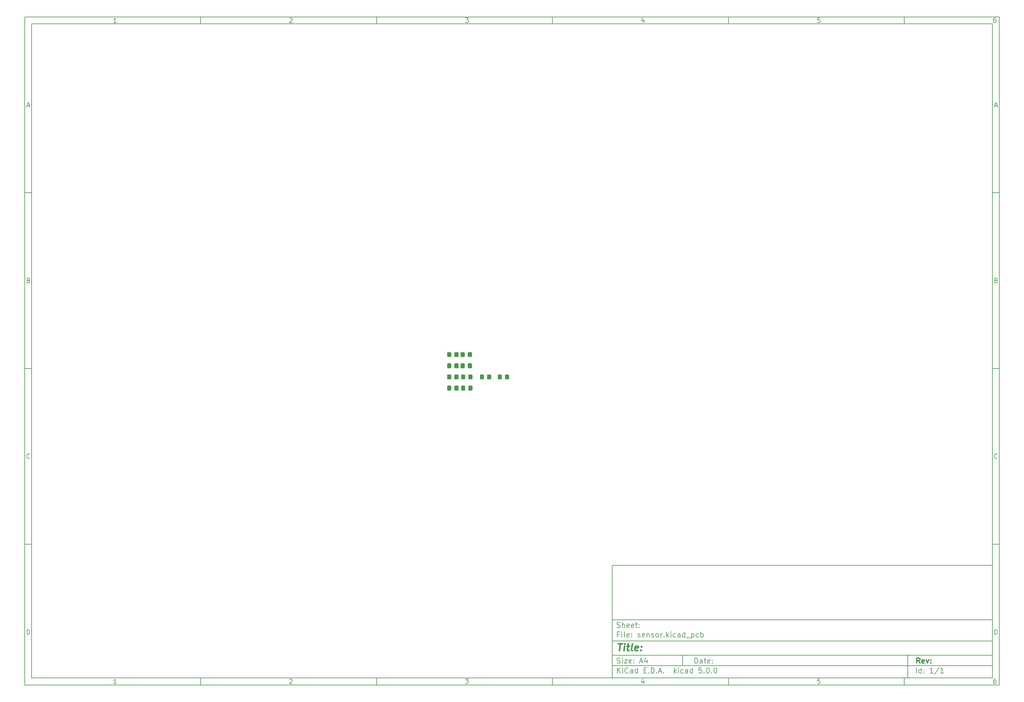
<source format=gbp>
G04 #@! TF.GenerationSoftware,KiCad,Pcbnew,5.0.0*
G04 #@! TF.CreationDate,2018-10-21T13:27:24+10:00*
G04 #@! TF.ProjectId,sensor,73656E736F722E6B696361645F706362,rev?*
G04 #@! TF.SameCoordinates,Original*
G04 #@! TF.FileFunction,Paste,Bot*
G04 #@! TF.FilePolarity,Positive*
%FSLAX46Y46*%
G04 Gerber Fmt 4.6, Leading zero omitted, Abs format (unit mm)*
G04 Created by KiCad (PCBNEW 5.0.0) date Sun Oct 21 13:27:24 2018*
%MOMM*%
%LPD*%
G01*
G04 APERTURE LIST*
%ADD10C,0.100000*%
%ADD11C,0.150000*%
%ADD12C,0.300000*%
%ADD13C,0.400000*%
%ADD14C,1.150000*%
G04 APERTURE END LIST*
D10*
D11*
X177002200Y-166007200D02*
X177002200Y-198007200D01*
X285002200Y-198007200D01*
X285002200Y-166007200D01*
X177002200Y-166007200D01*
D10*
D11*
X10000000Y-10000000D02*
X10000000Y-200007200D01*
X287002200Y-200007200D01*
X287002200Y-10000000D01*
X10000000Y-10000000D01*
D10*
D11*
X12000000Y-12000000D02*
X12000000Y-198007200D01*
X285002200Y-198007200D01*
X285002200Y-12000000D01*
X12000000Y-12000000D01*
D10*
D11*
X60000000Y-12000000D02*
X60000000Y-10000000D01*
D10*
D11*
X110000000Y-12000000D02*
X110000000Y-10000000D01*
D10*
D11*
X160000000Y-12000000D02*
X160000000Y-10000000D01*
D10*
D11*
X210000000Y-12000000D02*
X210000000Y-10000000D01*
D10*
D11*
X260000000Y-12000000D02*
X260000000Y-10000000D01*
D10*
D11*
X36065476Y-11588095D02*
X35322619Y-11588095D01*
X35694047Y-11588095D02*
X35694047Y-10288095D01*
X35570238Y-10473809D01*
X35446428Y-10597619D01*
X35322619Y-10659523D01*
D10*
D11*
X85322619Y-10411904D02*
X85384523Y-10350000D01*
X85508333Y-10288095D01*
X85817857Y-10288095D01*
X85941666Y-10350000D01*
X86003571Y-10411904D01*
X86065476Y-10535714D01*
X86065476Y-10659523D01*
X86003571Y-10845238D01*
X85260714Y-11588095D01*
X86065476Y-11588095D01*
D10*
D11*
X135260714Y-10288095D02*
X136065476Y-10288095D01*
X135632142Y-10783333D01*
X135817857Y-10783333D01*
X135941666Y-10845238D01*
X136003571Y-10907142D01*
X136065476Y-11030952D01*
X136065476Y-11340476D01*
X136003571Y-11464285D01*
X135941666Y-11526190D01*
X135817857Y-11588095D01*
X135446428Y-11588095D01*
X135322619Y-11526190D01*
X135260714Y-11464285D01*
D10*
D11*
X185941666Y-10721428D02*
X185941666Y-11588095D01*
X185632142Y-10226190D02*
X185322619Y-11154761D01*
X186127380Y-11154761D01*
D10*
D11*
X236003571Y-10288095D02*
X235384523Y-10288095D01*
X235322619Y-10907142D01*
X235384523Y-10845238D01*
X235508333Y-10783333D01*
X235817857Y-10783333D01*
X235941666Y-10845238D01*
X236003571Y-10907142D01*
X236065476Y-11030952D01*
X236065476Y-11340476D01*
X236003571Y-11464285D01*
X235941666Y-11526190D01*
X235817857Y-11588095D01*
X235508333Y-11588095D01*
X235384523Y-11526190D01*
X235322619Y-11464285D01*
D10*
D11*
X285941666Y-10288095D02*
X285694047Y-10288095D01*
X285570238Y-10350000D01*
X285508333Y-10411904D01*
X285384523Y-10597619D01*
X285322619Y-10845238D01*
X285322619Y-11340476D01*
X285384523Y-11464285D01*
X285446428Y-11526190D01*
X285570238Y-11588095D01*
X285817857Y-11588095D01*
X285941666Y-11526190D01*
X286003571Y-11464285D01*
X286065476Y-11340476D01*
X286065476Y-11030952D01*
X286003571Y-10907142D01*
X285941666Y-10845238D01*
X285817857Y-10783333D01*
X285570238Y-10783333D01*
X285446428Y-10845238D01*
X285384523Y-10907142D01*
X285322619Y-11030952D01*
D10*
D11*
X60000000Y-198007200D02*
X60000000Y-200007200D01*
D10*
D11*
X110000000Y-198007200D02*
X110000000Y-200007200D01*
D10*
D11*
X160000000Y-198007200D02*
X160000000Y-200007200D01*
D10*
D11*
X210000000Y-198007200D02*
X210000000Y-200007200D01*
D10*
D11*
X260000000Y-198007200D02*
X260000000Y-200007200D01*
D10*
D11*
X36065476Y-199595295D02*
X35322619Y-199595295D01*
X35694047Y-199595295D02*
X35694047Y-198295295D01*
X35570238Y-198481009D01*
X35446428Y-198604819D01*
X35322619Y-198666723D01*
D10*
D11*
X85322619Y-198419104D02*
X85384523Y-198357200D01*
X85508333Y-198295295D01*
X85817857Y-198295295D01*
X85941666Y-198357200D01*
X86003571Y-198419104D01*
X86065476Y-198542914D01*
X86065476Y-198666723D01*
X86003571Y-198852438D01*
X85260714Y-199595295D01*
X86065476Y-199595295D01*
D10*
D11*
X135260714Y-198295295D02*
X136065476Y-198295295D01*
X135632142Y-198790533D01*
X135817857Y-198790533D01*
X135941666Y-198852438D01*
X136003571Y-198914342D01*
X136065476Y-199038152D01*
X136065476Y-199347676D01*
X136003571Y-199471485D01*
X135941666Y-199533390D01*
X135817857Y-199595295D01*
X135446428Y-199595295D01*
X135322619Y-199533390D01*
X135260714Y-199471485D01*
D10*
D11*
X185941666Y-198728628D02*
X185941666Y-199595295D01*
X185632142Y-198233390D02*
X185322619Y-199161961D01*
X186127380Y-199161961D01*
D10*
D11*
X236003571Y-198295295D02*
X235384523Y-198295295D01*
X235322619Y-198914342D01*
X235384523Y-198852438D01*
X235508333Y-198790533D01*
X235817857Y-198790533D01*
X235941666Y-198852438D01*
X236003571Y-198914342D01*
X236065476Y-199038152D01*
X236065476Y-199347676D01*
X236003571Y-199471485D01*
X235941666Y-199533390D01*
X235817857Y-199595295D01*
X235508333Y-199595295D01*
X235384523Y-199533390D01*
X235322619Y-199471485D01*
D10*
D11*
X285941666Y-198295295D02*
X285694047Y-198295295D01*
X285570238Y-198357200D01*
X285508333Y-198419104D01*
X285384523Y-198604819D01*
X285322619Y-198852438D01*
X285322619Y-199347676D01*
X285384523Y-199471485D01*
X285446428Y-199533390D01*
X285570238Y-199595295D01*
X285817857Y-199595295D01*
X285941666Y-199533390D01*
X286003571Y-199471485D01*
X286065476Y-199347676D01*
X286065476Y-199038152D01*
X286003571Y-198914342D01*
X285941666Y-198852438D01*
X285817857Y-198790533D01*
X285570238Y-198790533D01*
X285446428Y-198852438D01*
X285384523Y-198914342D01*
X285322619Y-199038152D01*
D10*
D11*
X10000000Y-60000000D02*
X12000000Y-60000000D01*
D10*
D11*
X10000000Y-110000000D02*
X12000000Y-110000000D01*
D10*
D11*
X10000000Y-160000000D02*
X12000000Y-160000000D01*
D10*
D11*
X10690476Y-35216666D02*
X11309523Y-35216666D01*
X10566666Y-35588095D02*
X11000000Y-34288095D01*
X11433333Y-35588095D01*
D10*
D11*
X11092857Y-84907142D02*
X11278571Y-84969047D01*
X11340476Y-85030952D01*
X11402380Y-85154761D01*
X11402380Y-85340476D01*
X11340476Y-85464285D01*
X11278571Y-85526190D01*
X11154761Y-85588095D01*
X10659523Y-85588095D01*
X10659523Y-84288095D01*
X11092857Y-84288095D01*
X11216666Y-84350000D01*
X11278571Y-84411904D01*
X11340476Y-84535714D01*
X11340476Y-84659523D01*
X11278571Y-84783333D01*
X11216666Y-84845238D01*
X11092857Y-84907142D01*
X10659523Y-84907142D01*
D10*
D11*
X11402380Y-135464285D02*
X11340476Y-135526190D01*
X11154761Y-135588095D01*
X11030952Y-135588095D01*
X10845238Y-135526190D01*
X10721428Y-135402380D01*
X10659523Y-135278571D01*
X10597619Y-135030952D01*
X10597619Y-134845238D01*
X10659523Y-134597619D01*
X10721428Y-134473809D01*
X10845238Y-134350000D01*
X11030952Y-134288095D01*
X11154761Y-134288095D01*
X11340476Y-134350000D01*
X11402380Y-134411904D01*
D10*
D11*
X10659523Y-185588095D02*
X10659523Y-184288095D01*
X10969047Y-184288095D01*
X11154761Y-184350000D01*
X11278571Y-184473809D01*
X11340476Y-184597619D01*
X11402380Y-184845238D01*
X11402380Y-185030952D01*
X11340476Y-185278571D01*
X11278571Y-185402380D01*
X11154761Y-185526190D01*
X10969047Y-185588095D01*
X10659523Y-185588095D01*
D10*
D11*
X287002200Y-60000000D02*
X285002200Y-60000000D01*
D10*
D11*
X287002200Y-110000000D02*
X285002200Y-110000000D01*
D10*
D11*
X287002200Y-160000000D02*
X285002200Y-160000000D01*
D10*
D11*
X285692676Y-35216666D02*
X286311723Y-35216666D01*
X285568866Y-35588095D02*
X286002200Y-34288095D01*
X286435533Y-35588095D01*
D10*
D11*
X286095057Y-84907142D02*
X286280771Y-84969047D01*
X286342676Y-85030952D01*
X286404580Y-85154761D01*
X286404580Y-85340476D01*
X286342676Y-85464285D01*
X286280771Y-85526190D01*
X286156961Y-85588095D01*
X285661723Y-85588095D01*
X285661723Y-84288095D01*
X286095057Y-84288095D01*
X286218866Y-84350000D01*
X286280771Y-84411904D01*
X286342676Y-84535714D01*
X286342676Y-84659523D01*
X286280771Y-84783333D01*
X286218866Y-84845238D01*
X286095057Y-84907142D01*
X285661723Y-84907142D01*
D10*
D11*
X286404580Y-135464285D02*
X286342676Y-135526190D01*
X286156961Y-135588095D01*
X286033152Y-135588095D01*
X285847438Y-135526190D01*
X285723628Y-135402380D01*
X285661723Y-135278571D01*
X285599819Y-135030952D01*
X285599819Y-134845238D01*
X285661723Y-134597619D01*
X285723628Y-134473809D01*
X285847438Y-134350000D01*
X286033152Y-134288095D01*
X286156961Y-134288095D01*
X286342676Y-134350000D01*
X286404580Y-134411904D01*
D10*
D11*
X285661723Y-185588095D02*
X285661723Y-184288095D01*
X285971247Y-184288095D01*
X286156961Y-184350000D01*
X286280771Y-184473809D01*
X286342676Y-184597619D01*
X286404580Y-184845238D01*
X286404580Y-185030952D01*
X286342676Y-185278571D01*
X286280771Y-185402380D01*
X286156961Y-185526190D01*
X285971247Y-185588095D01*
X285661723Y-185588095D01*
D10*
D11*
X200434342Y-193785771D02*
X200434342Y-192285771D01*
X200791485Y-192285771D01*
X201005771Y-192357200D01*
X201148628Y-192500057D01*
X201220057Y-192642914D01*
X201291485Y-192928628D01*
X201291485Y-193142914D01*
X201220057Y-193428628D01*
X201148628Y-193571485D01*
X201005771Y-193714342D01*
X200791485Y-193785771D01*
X200434342Y-193785771D01*
X202577200Y-193785771D02*
X202577200Y-193000057D01*
X202505771Y-192857200D01*
X202362914Y-192785771D01*
X202077200Y-192785771D01*
X201934342Y-192857200D01*
X202577200Y-193714342D02*
X202434342Y-193785771D01*
X202077200Y-193785771D01*
X201934342Y-193714342D01*
X201862914Y-193571485D01*
X201862914Y-193428628D01*
X201934342Y-193285771D01*
X202077200Y-193214342D01*
X202434342Y-193214342D01*
X202577200Y-193142914D01*
X203077200Y-192785771D02*
X203648628Y-192785771D01*
X203291485Y-192285771D02*
X203291485Y-193571485D01*
X203362914Y-193714342D01*
X203505771Y-193785771D01*
X203648628Y-193785771D01*
X204720057Y-193714342D02*
X204577200Y-193785771D01*
X204291485Y-193785771D01*
X204148628Y-193714342D01*
X204077200Y-193571485D01*
X204077200Y-193000057D01*
X204148628Y-192857200D01*
X204291485Y-192785771D01*
X204577200Y-192785771D01*
X204720057Y-192857200D01*
X204791485Y-193000057D01*
X204791485Y-193142914D01*
X204077200Y-193285771D01*
X205434342Y-193642914D02*
X205505771Y-193714342D01*
X205434342Y-193785771D01*
X205362914Y-193714342D01*
X205434342Y-193642914D01*
X205434342Y-193785771D01*
X205434342Y-192857200D02*
X205505771Y-192928628D01*
X205434342Y-193000057D01*
X205362914Y-192928628D01*
X205434342Y-192857200D01*
X205434342Y-193000057D01*
D10*
D11*
X177002200Y-194507200D02*
X285002200Y-194507200D01*
D10*
D11*
X178434342Y-196585771D02*
X178434342Y-195085771D01*
X179291485Y-196585771D02*
X178648628Y-195728628D01*
X179291485Y-195085771D02*
X178434342Y-195942914D01*
X179934342Y-196585771D02*
X179934342Y-195585771D01*
X179934342Y-195085771D02*
X179862914Y-195157200D01*
X179934342Y-195228628D01*
X180005771Y-195157200D01*
X179934342Y-195085771D01*
X179934342Y-195228628D01*
X181505771Y-196442914D02*
X181434342Y-196514342D01*
X181220057Y-196585771D01*
X181077200Y-196585771D01*
X180862914Y-196514342D01*
X180720057Y-196371485D01*
X180648628Y-196228628D01*
X180577200Y-195942914D01*
X180577200Y-195728628D01*
X180648628Y-195442914D01*
X180720057Y-195300057D01*
X180862914Y-195157200D01*
X181077200Y-195085771D01*
X181220057Y-195085771D01*
X181434342Y-195157200D01*
X181505771Y-195228628D01*
X182791485Y-196585771D02*
X182791485Y-195800057D01*
X182720057Y-195657200D01*
X182577200Y-195585771D01*
X182291485Y-195585771D01*
X182148628Y-195657200D01*
X182791485Y-196514342D02*
X182648628Y-196585771D01*
X182291485Y-196585771D01*
X182148628Y-196514342D01*
X182077200Y-196371485D01*
X182077200Y-196228628D01*
X182148628Y-196085771D01*
X182291485Y-196014342D01*
X182648628Y-196014342D01*
X182791485Y-195942914D01*
X184148628Y-196585771D02*
X184148628Y-195085771D01*
X184148628Y-196514342D02*
X184005771Y-196585771D01*
X183720057Y-196585771D01*
X183577200Y-196514342D01*
X183505771Y-196442914D01*
X183434342Y-196300057D01*
X183434342Y-195871485D01*
X183505771Y-195728628D01*
X183577200Y-195657200D01*
X183720057Y-195585771D01*
X184005771Y-195585771D01*
X184148628Y-195657200D01*
X186005771Y-195800057D02*
X186505771Y-195800057D01*
X186720057Y-196585771D02*
X186005771Y-196585771D01*
X186005771Y-195085771D01*
X186720057Y-195085771D01*
X187362914Y-196442914D02*
X187434342Y-196514342D01*
X187362914Y-196585771D01*
X187291485Y-196514342D01*
X187362914Y-196442914D01*
X187362914Y-196585771D01*
X188077200Y-196585771D02*
X188077200Y-195085771D01*
X188434342Y-195085771D01*
X188648628Y-195157200D01*
X188791485Y-195300057D01*
X188862914Y-195442914D01*
X188934342Y-195728628D01*
X188934342Y-195942914D01*
X188862914Y-196228628D01*
X188791485Y-196371485D01*
X188648628Y-196514342D01*
X188434342Y-196585771D01*
X188077200Y-196585771D01*
X189577200Y-196442914D02*
X189648628Y-196514342D01*
X189577200Y-196585771D01*
X189505771Y-196514342D01*
X189577200Y-196442914D01*
X189577200Y-196585771D01*
X190220057Y-196157200D02*
X190934342Y-196157200D01*
X190077200Y-196585771D02*
X190577200Y-195085771D01*
X191077200Y-196585771D01*
X191577200Y-196442914D02*
X191648628Y-196514342D01*
X191577200Y-196585771D01*
X191505771Y-196514342D01*
X191577200Y-196442914D01*
X191577200Y-196585771D01*
X194577200Y-196585771D02*
X194577200Y-195085771D01*
X194720057Y-196014342D02*
X195148628Y-196585771D01*
X195148628Y-195585771D02*
X194577200Y-196157200D01*
X195791485Y-196585771D02*
X195791485Y-195585771D01*
X195791485Y-195085771D02*
X195720057Y-195157200D01*
X195791485Y-195228628D01*
X195862914Y-195157200D01*
X195791485Y-195085771D01*
X195791485Y-195228628D01*
X197148628Y-196514342D02*
X197005771Y-196585771D01*
X196720057Y-196585771D01*
X196577200Y-196514342D01*
X196505771Y-196442914D01*
X196434342Y-196300057D01*
X196434342Y-195871485D01*
X196505771Y-195728628D01*
X196577200Y-195657200D01*
X196720057Y-195585771D01*
X197005771Y-195585771D01*
X197148628Y-195657200D01*
X198434342Y-196585771D02*
X198434342Y-195800057D01*
X198362914Y-195657200D01*
X198220057Y-195585771D01*
X197934342Y-195585771D01*
X197791485Y-195657200D01*
X198434342Y-196514342D02*
X198291485Y-196585771D01*
X197934342Y-196585771D01*
X197791485Y-196514342D01*
X197720057Y-196371485D01*
X197720057Y-196228628D01*
X197791485Y-196085771D01*
X197934342Y-196014342D01*
X198291485Y-196014342D01*
X198434342Y-195942914D01*
X199791485Y-196585771D02*
X199791485Y-195085771D01*
X199791485Y-196514342D02*
X199648628Y-196585771D01*
X199362914Y-196585771D01*
X199220057Y-196514342D01*
X199148628Y-196442914D01*
X199077200Y-196300057D01*
X199077200Y-195871485D01*
X199148628Y-195728628D01*
X199220057Y-195657200D01*
X199362914Y-195585771D01*
X199648628Y-195585771D01*
X199791485Y-195657200D01*
X202362914Y-195085771D02*
X201648628Y-195085771D01*
X201577200Y-195800057D01*
X201648628Y-195728628D01*
X201791485Y-195657200D01*
X202148628Y-195657200D01*
X202291485Y-195728628D01*
X202362914Y-195800057D01*
X202434342Y-195942914D01*
X202434342Y-196300057D01*
X202362914Y-196442914D01*
X202291485Y-196514342D01*
X202148628Y-196585771D01*
X201791485Y-196585771D01*
X201648628Y-196514342D01*
X201577200Y-196442914D01*
X203077200Y-196442914D02*
X203148628Y-196514342D01*
X203077200Y-196585771D01*
X203005771Y-196514342D01*
X203077200Y-196442914D01*
X203077200Y-196585771D01*
X204077200Y-195085771D02*
X204220057Y-195085771D01*
X204362914Y-195157200D01*
X204434342Y-195228628D01*
X204505771Y-195371485D01*
X204577200Y-195657200D01*
X204577200Y-196014342D01*
X204505771Y-196300057D01*
X204434342Y-196442914D01*
X204362914Y-196514342D01*
X204220057Y-196585771D01*
X204077200Y-196585771D01*
X203934342Y-196514342D01*
X203862914Y-196442914D01*
X203791485Y-196300057D01*
X203720057Y-196014342D01*
X203720057Y-195657200D01*
X203791485Y-195371485D01*
X203862914Y-195228628D01*
X203934342Y-195157200D01*
X204077200Y-195085771D01*
X205220057Y-196442914D02*
X205291485Y-196514342D01*
X205220057Y-196585771D01*
X205148628Y-196514342D01*
X205220057Y-196442914D01*
X205220057Y-196585771D01*
X206220057Y-195085771D02*
X206362914Y-195085771D01*
X206505771Y-195157200D01*
X206577200Y-195228628D01*
X206648628Y-195371485D01*
X206720057Y-195657200D01*
X206720057Y-196014342D01*
X206648628Y-196300057D01*
X206577200Y-196442914D01*
X206505771Y-196514342D01*
X206362914Y-196585771D01*
X206220057Y-196585771D01*
X206077200Y-196514342D01*
X206005771Y-196442914D01*
X205934342Y-196300057D01*
X205862914Y-196014342D01*
X205862914Y-195657200D01*
X205934342Y-195371485D01*
X206005771Y-195228628D01*
X206077200Y-195157200D01*
X206220057Y-195085771D01*
D10*
D11*
X177002200Y-191507200D02*
X285002200Y-191507200D01*
D10*
D12*
X264411485Y-193785771D02*
X263911485Y-193071485D01*
X263554342Y-193785771D02*
X263554342Y-192285771D01*
X264125771Y-192285771D01*
X264268628Y-192357200D01*
X264340057Y-192428628D01*
X264411485Y-192571485D01*
X264411485Y-192785771D01*
X264340057Y-192928628D01*
X264268628Y-193000057D01*
X264125771Y-193071485D01*
X263554342Y-193071485D01*
X265625771Y-193714342D02*
X265482914Y-193785771D01*
X265197200Y-193785771D01*
X265054342Y-193714342D01*
X264982914Y-193571485D01*
X264982914Y-193000057D01*
X265054342Y-192857200D01*
X265197200Y-192785771D01*
X265482914Y-192785771D01*
X265625771Y-192857200D01*
X265697200Y-193000057D01*
X265697200Y-193142914D01*
X264982914Y-193285771D01*
X266197200Y-192785771D02*
X266554342Y-193785771D01*
X266911485Y-192785771D01*
X267482914Y-193642914D02*
X267554342Y-193714342D01*
X267482914Y-193785771D01*
X267411485Y-193714342D01*
X267482914Y-193642914D01*
X267482914Y-193785771D01*
X267482914Y-192857200D02*
X267554342Y-192928628D01*
X267482914Y-193000057D01*
X267411485Y-192928628D01*
X267482914Y-192857200D01*
X267482914Y-193000057D01*
D10*
D11*
X178362914Y-193714342D02*
X178577200Y-193785771D01*
X178934342Y-193785771D01*
X179077200Y-193714342D01*
X179148628Y-193642914D01*
X179220057Y-193500057D01*
X179220057Y-193357200D01*
X179148628Y-193214342D01*
X179077200Y-193142914D01*
X178934342Y-193071485D01*
X178648628Y-193000057D01*
X178505771Y-192928628D01*
X178434342Y-192857200D01*
X178362914Y-192714342D01*
X178362914Y-192571485D01*
X178434342Y-192428628D01*
X178505771Y-192357200D01*
X178648628Y-192285771D01*
X179005771Y-192285771D01*
X179220057Y-192357200D01*
X179862914Y-193785771D02*
X179862914Y-192785771D01*
X179862914Y-192285771D02*
X179791485Y-192357200D01*
X179862914Y-192428628D01*
X179934342Y-192357200D01*
X179862914Y-192285771D01*
X179862914Y-192428628D01*
X180434342Y-192785771D02*
X181220057Y-192785771D01*
X180434342Y-193785771D01*
X181220057Y-193785771D01*
X182362914Y-193714342D02*
X182220057Y-193785771D01*
X181934342Y-193785771D01*
X181791485Y-193714342D01*
X181720057Y-193571485D01*
X181720057Y-193000057D01*
X181791485Y-192857200D01*
X181934342Y-192785771D01*
X182220057Y-192785771D01*
X182362914Y-192857200D01*
X182434342Y-193000057D01*
X182434342Y-193142914D01*
X181720057Y-193285771D01*
X183077200Y-193642914D02*
X183148628Y-193714342D01*
X183077200Y-193785771D01*
X183005771Y-193714342D01*
X183077200Y-193642914D01*
X183077200Y-193785771D01*
X183077200Y-192857200D02*
X183148628Y-192928628D01*
X183077200Y-193000057D01*
X183005771Y-192928628D01*
X183077200Y-192857200D01*
X183077200Y-193000057D01*
X184862914Y-193357200D02*
X185577200Y-193357200D01*
X184720057Y-193785771D02*
X185220057Y-192285771D01*
X185720057Y-193785771D01*
X186862914Y-192785771D02*
X186862914Y-193785771D01*
X186505771Y-192214342D02*
X186148628Y-193285771D01*
X187077200Y-193285771D01*
D10*
D11*
X263434342Y-196585771D02*
X263434342Y-195085771D01*
X264791485Y-196585771D02*
X264791485Y-195085771D01*
X264791485Y-196514342D02*
X264648628Y-196585771D01*
X264362914Y-196585771D01*
X264220057Y-196514342D01*
X264148628Y-196442914D01*
X264077200Y-196300057D01*
X264077200Y-195871485D01*
X264148628Y-195728628D01*
X264220057Y-195657200D01*
X264362914Y-195585771D01*
X264648628Y-195585771D01*
X264791485Y-195657200D01*
X265505771Y-196442914D02*
X265577200Y-196514342D01*
X265505771Y-196585771D01*
X265434342Y-196514342D01*
X265505771Y-196442914D01*
X265505771Y-196585771D01*
X265505771Y-195657200D02*
X265577200Y-195728628D01*
X265505771Y-195800057D01*
X265434342Y-195728628D01*
X265505771Y-195657200D01*
X265505771Y-195800057D01*
X268148628Y-196585771D02*
X267291485Y-196585771D01*
X267720057Y-196585771D02*
X267720057Y-195085771D01*
X267577200Y-195300057D01*
X267434342Y-195442914D01*
X267291485Y-195514342D01*
X269862914Y-195014342D02*
X268577200Y-196942914D01*
X271148628Y-196585771D02*
X270291485Y-196585771D01*
X270720057Y-196585771D02*
X270720057Y-195085771D01*
X270577200Y-195300057D01*
X270434342Y-195442914D01*
X270291485Y-195514342D01*
D10*
D11*
X177002200Y-187507200D02*
X285002200Y-187507200D01*
D10*
D13*
X178714580Y-188211961D02*
X179857438Y-188211961D01*
X179036009Y-190211961D02*
X179286009Y-188211961D01*
X180274104Y-190211961D02*
X180440771Y-188878628D01*
X180524104Y-188211961D02*
X180416961Y-188307200D01*
X180500295Y-188402438D01*
X180607438Y-188307200D01*
X180524104Y-188211961D01*
X180500295Y-188402438D01*
X181107438Y-188878628D02*
X181869342Y-188878628D01*
X181476485Y-188211961D02*
X181262200Y-189926247D01*
X181333628Y-190116723D01*
X181512200Y-190211961D01*
X181702676Y-190211961D01*
X182655057Y-190211961D02*
X182476485Y-190116723D01*
X182405057Y-189926247D01*
X182619342Y-188211961D01*
X184190771Y-190116723D02*
X183988390Y-190211961D01*
X183607438Y-190211961D01*
X183428866Y-190116723D01*
X183357438Y-189926247D01*
X183452676Y-189164342D01*
X183571723Y-188973866D01*
X183774104Y-188878628D01*
X184155057Y-188878628D01*
X184333628Y-188973866D01*
X184405057Y-189164342D01*
X184381247Y-189354819D01*
X183405057Y-189545295D01*
X185155057Y-190021485D02*
X185238390Y-190116723D01*
X185131247Y-190211961D01*
X185047914Y-190116723D01*
X185155057Y-190021485D01*
X185131247Y-190211961D01*
X185286009Y-188973866D02*
X185369342Y-189069104D01*
X185262200Y-189164342D01*
X185178866Y-189069104D01*
X185286009Y-188973866D01*
X185262200Y-189164342D01*
D10*
D11*
X178934342Y-185600057D02*
X178434342Y-185600057D01*
X178434342Y-186385771D02*
X178434342Y-184885771D01*
X179148628Y-184885771D01*
X179720057Y-186385771D02*
X179720057Y-185385771D01*
X179720057Y-184885771D02*
X179648628Y-184957200D01*
X179720057Y-185028628D01*
X179791485Y-184957200D01*
X179720057Y-184885771D01*
X179720057Y-185028628D01*
X180648628Y-186385771D02*
X180505771Y-186314342D01*
X180434342Y-186171485D01*
X180434342Y-184885771D01*
X181791485Y-186314342D02*
X181648628Y-186385771D01*
X181362914Y-186385771D01*
X181220057Y-186314342D01*
X181148628Y-186171485D01*
X181148628Y-185600057D01*
X181220057Y-185457200D01*
X181362914Y-185385771D01*
X181648628Y-185385771D01*
X181791485Y-185457200D01*
X181862914Y-185600057D01*
X181862914Y-185742914D01*
X181148628Y-185885771D01*
X182505771Y-186242914D02*
X182577200Y-186314342D01*
X182505771Y-186385771D01*
X182434342Y-186314342D01*
X182505771Y-186242914D01*
X182505771Y-186385771D01*
X182505771Y-185457200D02*
X182577200Y-185528628D01*
X182505771Y-185600057D01*
X182434342Y-185528628D01*
X182505771Y-185457200D01*
X182505771Y-185600057D01*
X184291485Y-186314342D02*
X184434342Y-186385771D01*
X184720057Y-186385771D01*
X184862914Y-186314342D01*
X184934342Y-186171485D01*
X184934342Y-186100057D01*
X184862914Y-185957200D01*
X184720057Y-185885771D01*
X184505771Y-185885771D01*
X184362914Y-185814342D01*
X184291485Y-185671485D01*
X184291485Y-185600057D01*
X184362914Y-185457200D01*
X184505771Y-185385771D01*
X184720057Y-185385771D01*
X184862914Y-185457200D01*
X186148628Y-186314342D02*
X186005771Y-186385771D01*
X185720057Y-186385771D01*
X185577200Y-186314342D01*
X185505771Y-186171485D01*
X185505771Y-185600057D01*
X185577200Y-185457200D01*
X185720057Y-185385771D01*
X186005771Y-185385771D01*
X186148628Y-185457200D01*
X186220057Y-185600057D01*
X186220057Y-185742914D01*
X185505771Y-185885771D01*
X186862914Y-185385771D02*
X186862914Y-186385771D01*
X186862914Y-185528628D02*
X186934342Y-185457200D01*
X187077200Y-185385771D01*
X187291485Y-185385771D01*
X187434342Y-185457200D01*
X187505771Y-185600057D01*
X187505771Y-186385771D01*
X188148628Y-186314342D02*
X188291485Y-186385771D01*
X188577200Y-186385771D01*
X188720057Y-186314342D01*
X188791485Y-186171485D01*
X188791485Y-186100057D01*
X188720057Y-185957200D01*
X188577200Y-185885771D01*
X188362914Y-185885771D01*
X188220057Y-185814342D01*
X188148628Y-185671485D01*
X188148628Y-185600057D01*
X188220057Y-185457200D01*
X188362914Y-185385771D01*
X188577200Y-185385771D01*
X188720057Y-185457200D01*
X189648628Y-186385771D02*
X189505771Y-186314342D01*
X189434342Y-186242914D01*
X189362914Y-186100057D01*
X189362914Y-185671485D01*
X189434342Y-185528628D01*
X189505771Y-185457200D01*
X189648628Y-185385771D01*
X189862914Y-185385771D01*
X190005771Y-185457200D01*
X190077200Y-185528628D01*
X190148628Y-185671485D01*
X190148628Y-186100057D01*
X190077200Y-186242914D01*
X190005771Y-186314342D01*
X189862914Y-186385771D01*
X189648628Y-186385771D01*
X190791485Y-186385771D02*
X190791485Y-185385771D01*
X190791485Y-185671485D02*
X190862914Y-185528628D01*
X190934342Y-185457200D01*
X191077200Y-185385771D01*
X191220057Y-185385771D01*
X191720057Y-186242914D02*
X191791485Y-186314342D01*
X191720057Y-186385771D01*
X191648628Y-186314342D01*
X191720057Y-186242914D01*
X191720057Y-186385771D01*
X192434342Y-186385771D02*
X192434342Y-184885771D01*
X192577200Y-185814342D02*
X193005771Y-186385771D01*
X193005771Y-185385771D02*
X192434342Y-185957200D01*
X193648628Y-186385771D02*
X193648628Y-185385771D01*
X193648628Y-184885771D02*
X193577200Y-184957200D01*
X193648628Y-185028628D01*
X193720057Y-184957200D01*
X193648628Y-184885771D01*
X193648628Y-185028628D01*
X195005771Y-186314342D02*
X194862914Y-186385771D01*
X194577200Y-186385771D01*
X194434342Y-186314342D01*
X194362914Y-186242914D01*
X194291485Y-186100057D01*
X194291485Y-185671485D01*
X194362914Y-185528628D01*
X194434342Y-185457200D01*
X194577200Y-185385771D01*
X194862914Y-185385771D01*
X195005771Y-185457200D01*
X196291485Y-186385771D02*
X196291485Y-185600057D01*
X196220057Y-185457200D01*
X196077200Y-185385771D01*
X195791485Y-185385771D01*
X195648628Y-185457200D01*
X196291485Y-186314342D02*
X196148628Y-186385771D01*
X195791485Y-186385771D01*
X195648628Y-186314342D01*
X195577200Y-186171485D01*
X195577200Y-186028628D01*
X195648628Y-185885771D01*
X195791485Y-185814342D01*
X196148628Y-185814342D01*
X196291485Y-185742914D01*
X197648628Y-186385771D02*
X197648628Y-184885771D01*
X197648628Y-186314342D02*
X197505771Y-186385771D01*
X197220057Y-186385771D01*
X197077200Y-186314342D01*
X197005771Y-186242914D01*
X196934342Y-186100057D01*
X196934342Y-185671485D01*
X197005771Y-185528628D01*
X197077200Y-185457200D01*
X197220057Y-185385771D01*
X197505771Y-185385771D01*
X197648628Y-185457200D01*
X198005771Y-186528628D02*
X199148628Y-186528628D01*
X199505771Y-185385771D02*
X199505771Y-186885771D01*
X199505771Y-185457200D02*
X199648628Y-185385771D01*
X199934342Y-185385771D01*
X200077200Y-185457200D01*
X200148628Y-185528628D01*
X200220057Y-185671485D01*
X200220057Y-186100057D01*
X200148628Y-186242914D01*
X200077200Y-186314342D01*
X199934342Y-186385771D01*
X199648628Y-186385771D01*
X199505771Y-186314342D01*
X201505771Y-186314342D02*
X201362914Y-186385771D01*
X201077200Y-186385771D01*
X200934342Y-186314342D01*
X200862914Y-186242914D01*
X200791485Y-186100057D01*
X200791485Y-185671485D01*
X200862914Y-185528628D01*
X200934342Y-185457200D01*
X201077200Y-185385771D01*
X201362914Y-185385771D01*
X201505771Y-185457200D01*
X202148628Y-186385771D02*
X202148628Y-184885771D01*
X202148628Y-185457200D02*
X202291485Y-185385771D01*
X202577200Y-185385771D01*
X202720057Y-185457200D01*
X202791485Y-185528628D01*
X202862914Y-185671485D01*
X202862914Y-186100057D01*
X202791485Y-186242914D01*
X202720057Y-186314342D01*
X202577200Y-186385771D01*
X202291485Y-186385771D01*
X202148628Y-186314342D01*
D10*
D11*
X177002200Y-181507200D02*
X285002200Y-181507200D01*
D10*
D11*
X178362914Y-183614342D02*
X178577200Y-183685771D01*
X178934342Y-183685771D01*
X179077200Y-183614342D01*
X179148628Y-183542914D01*
X179220057Y-183400057D01*
X179220057Y-183257200D01*
X179148628Y-183114342D01*
X179077200Y-183042914D01*
X178934342Y-182971485D01*
X178648628Y-182900057D01*
X178505771Y-182828628D01*
X178434342Y-182757200D01*
X178362914Y-182614342D01*
X178362914Y-182471485D01*
X178434342Y-182328628D01*
X178505771Y-182257200D01*
X178648628Y-182185771D01*
X179005771Y-182185771D01*
X179220057Y-182257200D01*
X179862914Y-183685771D02*
X179862914Y-182185771D01*
X180505771Y-183685771D02*
X180505771Y-182900057D01*
X180434342Y-182757200D01*
X180291485Y-182685771D01*
X180077200Y-182685771D01*
X179934342Y-182757200D01*
X179862914Y-182828628D01*
X181791485Y-183614342D02*
X181648628Y-183685771D01*
X181362914Y-183685771D01*
X181220057Y-183614342D01*
X181148628Y-183471485D01*
X181148628Y-182900057D01*
X181220057Y-182757200D01*
X181362914Y-182685771D01*
X181648628Y-182685771D01*
X181791485Y-182757200D01*
X181862914Y-182900057D01*
X181862914Y-183042914D01*
X181148628Y-183185771D01*
X183077200Y-183614342D02*
X182934342Y-183685771D01*
X182648628Y-183685771D01*
X182505771Y-183614342D01*
X182434342Y-183471485D01*
X182434342Y-182900057D01*
X182505771Y-182757200D01*
X182648628Y-182685771D01*
X182934342Y-182685771D01*
X183077200Y-182757200D01*
X183148628Y-182900057D01*
X183148628Y-183042914D01*
X182434342Y-183185771D01*
X183577200Y-182685771D02*
X184148628Y-182685771D01*
X183791485Y-182185771D02*
X183791485Y-183471485D01*
X183862914Y-183614342D01*
X184005771Y-183685771D01*
X184148628Y-183685771D01*
X184648628Y-183542914D02*
X184720057Y-183614342D01*
X184648628Y-183685771D01*
X184577200Y-183614342D01*
X184648628Y-183542914D01*
X184648628Y-183685771D01*
X184648628Y-182757200D02*
X184720057Y-182828628D01*
X184648628Y-182900057D01*
X184577200Y-182828628D01*
X184648628Y-182757200D01*
X184648628Y-182900057D01*
D10*
D11*
X197002200Y-191507200D02*
X197002200Y-194507200D01*
D10*
D11*
X261002200Y-191507200D02*
X261002200Y-198007200D01*
D10*
G04 #@! TO.C,R1*
G36*
X136874505Y-105346204D02*
X136898773Y-105349804D01*
X136922572Y-105355765D01*
X136945671Y-105364030D01*
X136967850Y-105374520D01*
X136988893Y-105387132D01*
X137008599Y-105401747D01*
X137026777Y-105418223D01*
X137043253Y-105436401D01*
X137057868Y-105456107D01*
X137070480Y-105477150D01*
X137080970Y-105499329D01*
X137089235Y-105522428D01*
X137095196Y-105546227D01*
X137098796Y-105570495D01*
X137100000Y-105594999D01*
X137100000Y-106495001D01*
X137098796Y-106519505D01*
X137095196Y-106543773D01*
X137089235Y-106567572D01*
X137080970Y-106590671D01*
X137070480Y-106612850D01*
X137057868Y-106633893D01*
X137043253Y-106653599D01*
X137026777Y-106671777D01*
X137008599Y-106688253D01*
X136988893Y-106702868D01*
X136967850Y-106715480D01*
X136945671Y-106725970D01*
X136922572Y-106734235D01*
X136898773Y-106740196D01*
X136874505Y-106743796D01*
X136850001Y-106745000D01*
X136199999Y-106745000D01*
X136175495Y-106743796D01*
X136151227Y-106740196D01*
X136127428Y-106734235D01*
X136104329Y-106725970D01*
X136082150Y-106715480D01*
X136061107Y-106702868D01*
X136041401Y-106688253D01*
X136023223Y-106671777D01*
X136006747Y-106653599D01*
X135992132Y-106633893D01*
X135979520Y-106612850D01*
X135969030Y-106590671D01*
X135960765Y-106567572D01*
X135954804Y-106543773D01*
X135951204Y-106519505D01*
X135950000Y-106495001D01*
X135950000Y-105594999D01*
X135951204Y-105570495D01*
X135954804Y-105546227D01*
X135960765Y-105522428D01*
X135969030Y-105499329D01*
X135979520Y-105477150D01*
X135992132Y-105456107D01*
X136006747Y-105436401D01*
X136023223Y-105418223D01*
X136041401Y-105401747D01*
X136061107Y-105387132D01*
X136082150Y-105374520D01*
X136104329Y-105364030D01*
X136127428Y-105355765D01*
X136151227Y-105349804D01*
X136175495Y-105346204D01*
X136199999Y-105345000D01*
X136850001Y-105345000D01*
X136874505Y-105346204D01*
X136874505Y-105346204D01*
G37*
D14*
X136525000Y-106045000D03*
D10*
G36*
X134824505Y-105346204D02*
X134848773Y-105349804D01*
X134872572Y-105355765D01*
X134895671Y-105364030D01*
X134917850Y-105374520D01*
X134938893Y-105387132D01*
X134958599Y-105401747D01*
X134976777Y-105418223D01*
X134993253Y-105436401D01*
X135007868Y-105456107D01*
X135020480Y-105477150D01*
X135030970Y-105499329D01*
X135039235Y-105522428D01*
X135045196Y-105546227D01*
X135048796Y-105570495D01*
X135050000Y-105594999D01*
X135050000Y-106495001D01*
X135048796Y-106519505D01*
X135045196Y-106543773D01*
X135039235Y-106567572D01*
X135030970Y-106590671D01*
X135020480Y-106612850D01*
X135007868Y-106633893D01*
X134993253Y-106653599D01*
X134976777Y-106671777D01*
X134958599Y-106688253D01*
X134938893Y-106702868D01*
X134917850Y-106715480D01*
X134895671Y-106725970D01*
X134872572Y-106734235D01*
X134848773Y-106740196D01*
X134824505Y-106743796D01*
X134800001Y-106745000D01*
X134149999Y-106745000D01*
X134125495Y-106743796D01*
X134101227Y-106740196D01*
X134077428Y-106734235D01*
X134054329Y-106725970D01*
X134032150Y-106715480D01*
X134011107Y-106702868D01*
X133991401Y-106688253D01*
X133973223Y-106671777D01*
X133956747Y-106653599D01*
X133942132Y-106633893D01*
X133929520Y-106612850D01*
X133919030Y-106590671D01*
X133910765Y-106567572D01*
X133904804Y-106543773D01*
X133901204Y-106519505D01*
X133900000Y-106495001D01*
X133900000Y-105594999D01*
X133901204Y-105570495D01*
X133904804Y-105546227D01*
X133910765Y-105522428D01*
X133919030Y-105499329D01*
X133929520Y-105477150D01*
X133942132Y-105456107D01*
X133956747Y-105436401D01*
X133973223Y-105418223D01*
X133991401Y-105401747D01*
X134011107Y-105387132D01*
X134032150Y-105374520D01*
X134054329Y-105364030D01*
X134077428Y-105355765D01*
X134101227Y-105349804D01*
X134125495Y-105346204D01*
X134149999Y-105345000D01*
X134800001Y-105345000D01*
X134824505Y-105346204D01*
X134824505Y-105346204D01*
G37*
D14*
X134475000Y-106045000D03*
G04 #@! TD*
D10*
G04 #@! TO.C,R2*
G36*
X131014505Y-105346204D02*
X131038773Y-105349804D01*
X131062572Y-105355765D01*
X131085671Y-105364030D01*
X131107850Y-105374520D01*
X131128893Y-105387132D01*
X131148599Y-105401747D01*
X131166777Y-105418223D01*
X131183253Y-105436401D01*
X131197868Y-105456107D01*
X131210480Y-105477150D01*
X131220970Y-105499329D01*
X131229235Y-105522428D01*
X131235196Y-105546227D01*
X131238796Y-105570495D01*
X131240000Y-105594999D01*
X131240000Y-106495001D01*
X131238796Y-106519505D01*
X131235196Y-106543773D01*
X131229235Y-106567572D01*
X131220970Y-106590671D01*
X131210480Y-106612850D01*
X131197868Y-106633893D01*
X131183253Y-106653599D01*
X131166777Y-106671777D01*
X131148599Y-106688253D01*
X131128893Y-106702868D01*
X131107850Y-106715480D01*
X131085671Y-106725970D01*
X131062572Y-106734235D01*
X131038773Y-106740196D01*
X131014505Y-106743796D01*
X130990001Y-106745000D01*
X130339999Y-106745000D01*
X130315495Y-106743796D01*
X130291227Y-106740196D01*
X130267428Y-106734235D01*
X130244329Y-106725970D01*
X130222150Y-106715480D01*
X130201107Y-106702868D01*
X130181401Y-106688253D01*
X130163223Y-106671777D01*
X130146747Y-106653599D01*
X130132132Y-106633893D01*
X130119520Y-106612850D01*
X130109030Y-106590671D01*
X130100765Y-106567572D01*
X130094804Y-106543773D01*
X130091204Y-106519505D01*
X130090000Y-106495001D01*
X130090000Y-105594999D01*
X130091204Y-105570495D01*
X130094804Y-105546227D01*
X130100765Y-105522428D01*
X130109030Y-105499329D01*
X130119520Y-105477150D01*
X130132132Y-105456107D01*
X130146747Y-105436401D01*
X130163223Y-105418223D01*
X130181401Y-105401747D01*
X130201107Y-105387132D01*
X130222150Y-105374520D01*
X130244329Y-105364030D01*
X130267428Y-105355765D01*
X130291227Y-105349804D01*
X130315495Y-105346204D01*
X130339999Y-105345000D01*
X130990001Y-105345000D01*
X131014505Y-105346204D01*
X131014505Y-105346204D01*
G37*
D14*
X130665000Y-106045000D03*
D10*
G36*
X133064505Y-105346204D02*
X133088773Y-105349804D01*
X133112572Y-105355765D01*
X133135671Y-105364030D01*
X133157850Y-105374520D01*
X133178893Y-105387132D01*
X133198599Y-105401747D01*
X133216777Y-105418223D01*
X133233253Y-105436401D01*
X133247868Y-105456107D01*
X133260480Y-105477150D01*
X133270970Y-105499329D01*
X133279235Y-105522428D01*
X133285196Y-105546227D01*
X133288796Y-105570495D01*
X133290000Y-105594999D01*
X133290000Y-106495001D01*
X133288796Y-106519505D01*
X133285196Y-106543773D01*
X133279235Y-106567572D01*
X133270970Y-106590671D01*
X133260480Y-106612850D01*
X133247868Y-106633893D01*
X133233253Y-106653599D01*
X133216777Y-106671777D01*
X133198599Y-106688253D01*
X133178893Y-106702868D01*
X133157850Y-106715480D01*
X133135671Y-106725970D01*
X133112572Y-106734235D01*
X133088773Y-106740196D01*
X133064505Y-106743796D01*
X133040001Y-106745000D01*
X132389999Y-106745000D01*
X132365495Y-106743796D01*
X132341227Y-106740196D01*
X132317428Y-106734235D01*
X132294329Y-106725970D01*
X132272150Y-106715480D01*
X132251107Y-106702868D01*
X132231401Y-106688253D01*
X132213223Y-106671777D01*
X132196747Y-106653599D01*
X132182132Y-106633893D01*
X132169520Y-106612850D01*
X132159030Y-106590671D01*
X132150765Y-106567572D01*
X132144804Y-106543773D01*
X132141204Y-106519505D01*
X132140000Y-106495001D01*
X132140000Y-105594999D01*
X132141204Y-105570495D01*
X132144804Y-105546227D01*
X132150765Y-105522428D01*
X132159030Y-105499329D01*
X132169520Y-105477150D01*
X132182132Y-105456107D01*
X132196747Y-105436401D01*
X132213223Y-105418223D01*
X132231401Y-105401747D01*
X132251107Y-105387132D01*
X132272150Y-105374520D01*
X132294329Y-105364030D01*
X132317428Y-105355765D01*
X132341227Y-105349804D01*
X132365495Y-105346204D01*
X132389999Y-105345000D01*
X133040001Y-105345000D01*
X133064505Y-105346204D01*
X133064505Y-105346204D01*
G37*
D14*
X132715000Y-106045000D03*
G04 #@! TD*
D10*
G04 #@! TO.C,R3*
G36*
X145374505Y-111696204D02*
X145398773Y-111699804D01*
X145422572Y-111705765D01*
X145445671Y-111714030D01*
X145467850Y-111724520D01*
X145488893Y-111737132D01*
X145508599Y-111751747D01*
X145526777Y-111768223D01*
X145543253Y-111786401D01*
X145557868Y-111806107D01*
X145570480Y-111827150D01*
X145580970Y-111849329D01*
X145589235Y-111872428D01*
X145595196Y-111896227D01*
X145598796Y-111920495D01*
X145600000Y-111944999D01*
X145600000Y-112845001D01*
X145598796Y-112869505D01*
X145595196Y-112893773D01*
X145589235Y-112917572D01*
X145580970Y-112940671D01*
X145570480Y-112962850D01*
X145557868Y-112983893D01*
X145543253Y-113003599D01*
X145526777Y-113021777D01*
X145508599Y-113038253D01*
X145488893Y-113052868D01*
X145467850Y-113065480D01*
X145445671Y-113075970D01*
X145422572Y-113084235D01*
X145398773Y-113090196D01*
X145374505Y-113093796D01*
X145350001Y-113095000D01*
X144699999Y-113095000D01*
X144675495Y-113093796D01*
X144651227Y-113090196D01*
X144627428Y-113084235D01*
X144604329Y-113075970D01*
X144582150Y-113065480D01*
X144561107Y-113052868D01*
X144541401Y-113038253D01*
X144523223Y-113021777D01*
X144506747Y-113003599D01*
X144492132Y-112983893D01*
X144479520Y-112962850D01*
X144469030Y-112940671D01*
X144460765Y-112917572D01*
X144454804Y-112893773D01*
X144451204Y-112869505D01*
X144450000Y-112845001D01*
X144450000Y-111944999D01*
X144451204Y-111920495D01*
X144454804Y-111896227D01*
X144460765Y-111872428D01*
X144469030Y-111849329D01*
X144479520Y-111827150D01*
X144492132Y-111806107D01*
X144506747Y-111786401D01*
X144523223Y-111768223D01*
X144541401Y-111751747D01*
X144561107Y-111737132D01*
X144582150Y-111724520D01*
X144604329Y-111714030D01*
X144627428Y-111705765D01*
X144651227Y-111699804D01*
X144675495Y-111696204D01*
X144699999Y-111695000D01*
X145350001Y-111695000D01*
X145374505Y-111696204D01*
X145374505Y-111696204D01*
G37*
D14*
X145025000Y-112395000D03*
D10*
G36*
X147424505Y-111696204D02*
X147448773Y-111699804D01*
X147472572Y-111705765D01*
X147495671Y-111714030D01*
X147517850Y-111724520D01*
X147538893Y-111737132D01*
X147558599Y-111751747D01*
X147576777Y-111768223D01*
X147593253Y-111786401D01*
X147607868Y-111806107D01*
X147620480Y-111827150D01*
X147630970Y-111849329D01*
X147639235Y-111872428D01*
X147645196Y-111896227D01*
X147648796Y-111920495D01*
X147650000Y-111944999D01*
X147650000Y-112845001D01*
X147648796Y-112869505D01*
X147645196Y-112893773D01*
X147639235Y-112917572D01*
X147630970Y-112940671D01*
X147620480Y-112962850D01*
X147607868Y-112983893D01*
X147593253Y-113003599D01*
X147576777Y-113021777D01*
X147558599Y-113038253D01*
X147538893Y-113052868D01*
X147517850Y-113065480D01*
X147495671Y-113075970D01*
X147472572Y-113084235D01*
X147448773Y-113090196D01*
X147424505Y-113093796D01*
X147400001Y-113095000D01*
X146749999Y-113095000D01*
X146725495Y-113093796D01*
X146701227Y-113090196D01*
X146677428Y-113084235D01*
X146654329Y-113075970D01*
X146632150Y-113065480D01*
X146611107Y-113052868D01*
X146591401Y-113038253D01*
X146573223Y-113021777D01*
X146556747Y-113003599D01*
X146542132Y-112983893D01*
X146529520Y-112962850D01*
X146519030Y-112940671D01*
X146510765Y-112917572D01*
X146504804Y-112893773D01*
X146501204Y-112869505D01*
X146500000Y-112845001D01*
X146500000Y-111944999D01*
X146501204Y-111920495D01*
X146504804Y-111896227D01*
X146510765Y-111872428D01*
X146519030Y-111849329D01*
X146529520Y-111827150D01*
X146542132Y-111806107D01*
X146556747Y-111786401D01*
X146573223Y-111768223D01*
X146591401Y-111751747D01*
X146611107Y-111737132D01*
X146632150Y-111724520D01*
X146654329Y-111714030D01*
X146677428Y-111705765D01*
X146701227Y-111699804D01*
X146725495Y-111696204D01*
X146749999Y-111695000D01*
X147400001Y-111695000D01*
X147424505Y-111696204D01*
X147424505Y-111696204D01*
G37*
D14*
X147075000Y-112395000D03*
G04 #@! TD*
D10*
G04 #@! TO.C,R4*
G36*
X134824505Y-108521204D02*
X134848773Y-108524804D01*
X134872572Y-108530765D01*
X134895671Y-108539030D01*
X134917850Y-108549520D01*
X134938893Y-108562132D01*
X134958599Y-108576747D01*
X134976777Y-108593223D01*
X134993253Y-108611401D01*
X135007868Y-108631107D01*
X135020480Y-108652150D01*
X135030970Y-108674329D01*
X135039235Y-108697428D01*
X135045196Y-108721227D01*
X135048796Y-108745495D01*
X135050000Y-108769999D01*
X135050000Y-109670001D01*
X135048796Y-109694505D01*
X135045196Y-109718773D01*
X135039235Y-109742572D01*
X135030970Y-109765671D01*
X135020480Y-109787850D01*
X135007868Y-109808893D01*
X134993253Y-109828599D01*
X134976777Y-109846777D01*
X134958599Y-109863253D01*
X134938893Y-109877868D01*
X134917850Y-109890480D01*
X134895671Y-109900970D01*
X134872572Y-109909235D01*
X134848773Y-109915196D01*
X134824505Y-109918796D01*
X134800001Y-109920000D01*
X134149999Y-109920000D01*
X134125495Y-109918796D01*
X134101227Y-109915196D01*
X134077428Y-109909235D01*
X134054329Y-109900970D01*
X134032150Y-109890480D01*
X134011107Y-109877868D01*
X133991401Y-109863253D01*
X133973223Y-109846777D01*
X133956747Y-109828599D01*
X133942132Y-109808893D01*
X133929520Y-109787850D01*
X133919030Y-109765671D01*
X133910765Y-109742572D01*
X133904804Y-109718773D01*
X133901204Y-109694505D01*
X133900000Y-109670001D01*
X133900000Y-108769999D01*
X133901204Y-108745495D01*
X133904804Y-108721227D01*
X133910765Y-108697428D01*
X133919030Y-108674329D01*
X133929520Y-108652150D01*
X133942132Y-108631107D01*
X133956747Y-108611401D01*
X133973223Y-108593223D01*
X133991401Y-108576747D01*
X134011107Y-108562132D01*
X134032150Y-108549520D01*
X134054329Y-108539030D01*
X134077428Y-108530765D01*
X134101227Y-108524804D01*
X134125495Y-108521204D01*
X134149999Y-108520000D01*
X134800001Y-108520000D01*
X134824505Y-108521204D01*
X134824505Y-108521204D01*
G37*
D14*
X134475000Y-109220000D03*
D10*
G36*
X136874505Y-108521204D02*
X136898773Y-108524804D01*
X136922572Y-108530765D01*
X136945671Y-108539030D01*
X136967850Y-108549520D01*
X136988893Y-108562132D01*
X137008599Y-108576747D01*
X137026777Y-108593223D01*
X137043253Y-108611401D01*
X137057868Y-108631107D01*
X137070480Y-108652150D01*
X137080970Y-108674329D01*
X137089235Y-108697428D01*
X137095196Y-108721227D01*
X137098796Y-108745495D01*
X137100000Y-108769999D01*
X137100000Y-109670001D01*
X137098796Y-109694505D01*
X137095196Y-109718773D01*
X137089235Y-109742572D01*
X137080970Y-109765671D01*
X137070480Y-109787850D01*
X137057868Y-109808893D01*
X137043253Y-109828599D01*
X137026777Y-109846777D01*
X137008599Y-109863253D01*
X136988893Y-109877868D01*
X136967850Y-109890480D01*
X136945671Y-109900970D01*
X136922572Y-109909235D01*
X136898773Y-109915196D01*
X136874505Y-109918796D01*
X136850001Y-109920000D01*
X136199999Y-109920000D01*
X136175495Y-109918796D01*
X136151227Y-109915196D01*
X136127428Y-109909235D01*
X136104329Y-109900970D01*
X136082150Y-109890480D01*
X136061107Y-109877868D01*
X136041401Y-109863253D01*
X136023223Y-109846777D01*
X136006747Y-109828599D01*
X135992132Y-109808893D01*
X135979520Y-109787850D01*
X135969030Y-109765671D01*
X135960765Y-109742572D01*
X135954804Y-109718773D01*
X135951204Y-109694505D01*
X135950000Y-109670001D01*
X135950000Y-108769999D01*
X135951204Y-108745495D01*
X135954804Y-108721227D01*
X135960765Y-108697428D01*
X135969030Y-108674329D01*
X135979520Y-108652150D01*
X135992132Y-108631107D01*
X136006747Y-108611401D01*
X136023223Y-108593223D01*
X136041401Y-108576747D01*
X136061107Y-108562132D01*
X136082150Y-108549520D01*
X136104329Y-108539030D01*
X136127428Y-108530765D01*
X136151227Y-108524804D01*
X136175495Y-108521204D01*
X136199999Y-108520000D01*
X136850001Y-108520000D01*
X136874505Y-108521204D01*
X136874505Y-108521204D01*
G37*
D14*
X136525000Y-109220000D03*
G04 #@! TD*
D10*
G04 #@! TO.C,R5*
G36*
X133064505Y-108521204D02*
X133088773Y-108524804D01*
X133112572Y-108530765D01*
X133135671Y-108539030D01*
X133157850Y-108549520D01*
X133178893Y-108562132D01*
X133198599Y-108576747D01*
X133216777Y-108593223D01*
X133233253Y-108611401D01*
X133247868Y-108631107D01*
X133260480Y-108652150D01*
X133270970Y-108674329D01*
X133279235Y-108697428D01*
X133285196Y-108721227D01*
X133288796Y-108745495D01*
X133290000Y-108769999D01*
X133290000Y-109670001D01*
X133288796Y-109694505D01*
X133285196Y-109718773D01*
X133279235Y-109742572D01*
X133270970Y-109765671D01*
X133260480Y-109787850D01*
X133247868Y-109808893D01*
X133233253Y-109828599D01*
X133216777Y-109846777D01*
X133198599Y-109863253D01*
X133178893Y-109877868D01*
X133157850Y-109890480D01*
X133135671Y-109900970D01*
X133112572Y-109909235D01*
X133088773Y-109915196D01*
X133064505Y-109918796D01*
X133040001Y-109920000D01*
X132389999Y-109920000D01*
X132365495Y-109918796D01*
X132341227Y-109915196D01*
X132317428Y-109909235D01*
X132294329Y-109900970D01*
X132272150Y-109890480D01*
X132251107Y-109877868D01*
X132231401Y-109863253D01*
X132213223Y-109846777D01*
X132196747Y-109828599D01*
X132182132Y-109808893D01*
X132169520Y-109787850D01*
X132159030Y-109765671D01*
X132150765Y-109742572D01*
X132144804Y-109718773D01*
X132141204Y-109694505D01*
X132140000Y-109670001D01*
X132140000Y-108769999D01*
X132141204Y-108745495D01*
X132144804Y-108721227D01*
X132150765Y-108697428D01*
X132159030Y-108674329D01*
X132169520Y-108652150D01*
X132182132Y-108631107D01*
X132196747Y-108611401D01*
X132213223Y-108593223D01*
X132231401Y-108576747D01*
X132251107Y-108562132D01*
X132272150Y-108549520D01*
X132294329Y-108539030D01*
X132317428Y-108530765D01*
X132341227Y-108524804D01*
X132365495Y-108521204D01*
X132389999Y-108520000D01*
X133040001Y-108520000D01*
X133064505Y-108521204D01*
X133064505Y-108521204D01*
G37*
D14*
X132715000Y-109220000D03*
D10*
G36*
X131014505Y-108521204D02*
X131038773Y-108524804D01*
X131062572Y-108530765D01*
X131085671Y-108539030D01*
X131107850Y-108549520D01*
X131128893Y-108562132D01*
X131148599Y-108576747D01*
X131166777Y-108593223D01*
X131183253Y-108611401D01*
X131197868Y-108631107D01*
X131210480Y-108652150D01*
X131220970Y-108674329D01*
X131229235Y-108697428D01*
X131235196Y-108721227D01*
X131238796Y-108745495D01*
X131240000Y-108769999D01*
X131240000Y-109670001D01*
X131238796Y-109694505D01*
X131235196Y-109718773D01*
X131229235Y-109742572D01*
X131220970Y-109765671D01*
X131210480Y-109787850D01*
X131197868Y-109808893D01*
X131183253Y-109828599D01*
X131166777Y-109846777D01*
X131148599Y-109863253D01*
X131128893Y-109877868D01*
X131107850Y-109890480D01*
X131085671Y-109900970D01*
X131062572Y-109909235D01*
X131038773Y-109915196D01*
X131014505Y-109918796D01*
X130990001Y-109920000D01*
X130339999Y-109920000D01*
X130315495Y-109918796D01*
X130291227Y-109915196D01*
X130267428Y-109909235D01*
X130244329Y-109900970D01*
X130222150Y-109890480D01*
X130201107Y-109877868D01*
X130181401Y-109863253D01*
X130163223Y-109846777D01*
X130146747Y-109828599D01*
X130132132Y-109808893D01*
X130119520Y-109787850D01*
X130109030Y-109765671D01*
X130100765Y-109742572D01*
X130094804Y-109718773D01*
X130091204Y-109694505D01*
X130090000Y-109670001D01*
X130090000Y-108769999D01*
X130091204Y-108745495D01*
X130094804Y-108721227D01*
X130100765Y-108697428D01*
X130109030Y-108674329D01*
X130119520Y-108652150D01*
X130132132Y-108631107D01*
X130146747Y-108611401D01*
X130163223Y-108593223D01*
X130181401Y-108576747D01*
X130201107Y-108562132D01*
X130222150Y-108549520D01*
X130244329Y-108539030D01*
X130267428Y-108530765D01*
X130291227Y-108524804D01*
X130315495Y-108521204D01*
X130339999Y-108520000D01*
X130990001Y-108520000D01*
X131014505Y-108521204D01*
X131014505Y-108521204D01*
G37*
D14*
X130665000Y-109220000D03*
G04 #@! TD*
D10*
G04 #@! TO.C,R6*
G36*
X137019505Y-111696204D02*
X137043773Y-111699804D01*
X137067572Y-111705765D01*
X137090671Y-111714030D01*
X137112850Y-111724520D01*
X137133893Y-111737132D01*
X137153599Y-111751747D01*
X137171777Y-111768223D01*
X137188253Y-111786401D01*
X137202868Y-111806107D01*
X137215480Y-111827150D01*
X137225970Y-111849329D01*
X137234235Y-111872428D01*
X137240196Y-111896227D01*
X137243796Y-111920495D01*
X137245000Y-111944999D01*
X137245000Y-112845001D01*
X137243796Y-112869505D01*
X137240196Y-112893773D01*
X137234235Y-112917572D01*
X137225970Y-112940671D01*
X137215480Y-112962850D01*
X137202868Y-112983893D01*
X137188253Y-113003599D01*
X137171777Y-113021777D01*
X137153599Y-113038253D01*
X137133893Y-113052868D01*
X137112850Y-113065480D01*
X137090671Y-113075970D01*
X137067572Y-113084235D01*
X137043773Y-113090196D01*
X137019505Y-113093796D01*
X136995001Y-113095000D01*
X136344999Y-113095000D01*
X136320495Y-113093796D01*
X136296227Y-113090196D01*
X136272428Y-113084235D01*
X136249329Y-113075970D01*
X136227150Y-113065480D01*
X136206107Y-113052868D01*
X136186401Y-113038253D01*
X136168223Y-113021777D01*
X136151747Y-113003599D01*
X136137132Y-112983893D01*
X136124520Y-112962850D01*
X136114030Y-112940671D01*
X136105765Y-112917572D01*
X136099804Y-112893773D01*
X136096204Y-112869505D01*
X136095000Y-112845001D01*
X136095000Y-111944999D01*
X136096204Y-111920495D01*
X136099804Y-111896227D01*
X136105765Y-111872428D01*
X136114030Y-111849329D01*
X136124520Y-111827150D01*
X136137132Y-111806107D01*
X136151747Y-111786401D01*
X136168223Y-111768223D01*
X136186401Y-111751747D01*
X136206107Y-111737132D01*
X136227150Y-111724520D01*
X136249329Y-111714030D01*
X136272428Y-111705765D01*
X136296227Y-111699804D01*
X136320495Y-111696204D01*
X136344999Y-111695000D01*
X136995001Y-111695000D01*
X137019505Y-111696204D01*
X137019505Y-111696204D01*
G37*
D14*
X136670000Y-112395000D03*
D10*
G36*
X134969505Y-111696204D02*
X134993773Y-111699804D01*
X135017572Y-111705765D01*
X135040671Y-111714030D01*
X135062850Y-111724520D01*
X135083893Y-111737132D01*
X135103599Y-111751747D01*
X135121777Y-111768223D01*
X135138253Y-111786401D01*
X135152868Y-111806107D01*
X135165480Y-111827150D01*
X135175970Y-111849329D01*
X135184235Y-111872428D01*
X135190196Y-111896227D01*
X135193796Y-111920495D01*
X135195000Y-111944999D01*
X135195000Y-112845001D01*
X135193796Y-112869505D01*
X135190196Y-112893773D01*
X135184235Y-112917572D01*
X135175970Y-112940671D01*
X135165480Y-112962850D01*
X135152868Y-112983893D01*
X135138253Y-113003599D01*
X135121777Y-113021777D01*
X135103599Y-113038253D01*
X135083893Y-113052868D01*
X135062850Y-113065480D01*
X135040671Y-113075970D01*
X135017572Y-113084235D01*
X134993773Y-113090196D01*
X134969505Y-113093796D01*
X134945001Y-113095000D01*
X134294999Y-113095000D01*
X134270495Y-113093796D01*
X134246227Y-113090196D01*
X134222428Y-113084235D01*
X134199329Y-113075970D01*
X134177150Y-113065480D01*
X134156107Y-113052868D01*
X134136401Y-113038253D01*
X134118223Y-113021777D01*
X134101747Y-113003599D01*
X134087132Y-112983893D01*
X134074520Y-112962850D01*
X134064030Y-112940671D01*
X134055765Y-112917572D01*
X134049804Y-112893773D01*
X134046204Y-112869505D01*
X134045000Y-112845001D01*
X134045000Y-111944999D01*
X134046204Y-111920495D01*
X134049804Y-111896227D01*
X134055765Y-111872428D01*
X134064030Y-111849329D01*
X134074520Y-111827150D01*
X134087132Y-111806107D01*
X134101747Y-111786401D01*
X134118223Y-111768223D01*
X134136401Y-111751747D01*
X134156107Y-111737132D01*
X134177150Y-111724520D01*
X134199329Y-111714030D01*
X134222428Y-111705765D01*
X134246227Y-111699804D01*
X134270495Y-111696204D01*
X134294999Y-111695000D01*
X134945001Y-111695000D01*
X134969505Y-111696204D01*
X134969505Y-111696204D01*
G37*
D14*
X134620000Y-112395000D03*
G04 #@! TD*
D10*
G04 #@! TO.C,R7*
G36*
X131014505Y-111696204D02*
X131038773Y-111699804D01*
X131062572Y-111705765D01*
X131085671Y-111714030D01*
X131107850Y-111724520D01*
X131128893Y-111737132D01*
X131148599Y-111751747D01*
X131166777Y-111768223D01*
X131183253Y-111786401D01*
X131197868Y-111806107D01*
X131210480Y-111827150D01*
X131220970Y-111849329D01*
X131229235Y-111872428D01*
X131235196Y-111896227D01*
X131238796Y-111920495D01*
X131240000Y-111944999D01*
X131240000Y-112845001D01*
X131238796Y-112869505D01*
X131235196Y-112893773D01*
X131229235Y-112917572D01*
X131220970Y-112940671D01*
X131210480Y-112962850D01*
X131197868Y-112983893D01*
X131183253Y-113003599D01*
X131166777Y-113021777D01*
X131148599Y-113038253D01*
X131128893Y-113052868D01*
X131107850Y-113065480D01*
X131085671Y-113075970D01*
X131062572Y-113084235D01*
X131038773Y-113090196D01*
X131014505Y-113093796D01*
X130990001Y-113095000D01*
X130339999Y-113095000D01*
X130315495Y-113093796D01*
X130291227Y-113090196D01*
X130267428Y-113084235D01*
X130244329Y-113075970D01*
X130222150Y-113065480D01*
X130201107Y-113052868D01*
X130181401Y-113038253D01*
X130163223Y-113021777D01*
X130146747Y-113003599D01*
X130132132Y-112983893D01*
X130119520Y-112962850D01*
X130109030Y-112940671D01*
X130100765Y-112917572D01*
X130094804Y-112893773D01*
X130091204Y-112869505D01*
X130090000Y-112845001D01*
X130090000Y-111944999D01*
X130091204Y-111920495D01*
X130094804Y-111896227D01*
X130100765Y-111872428D01*
X130109030Y-111849329D01*
X130119520Y-111827150D01*
X130132132Y-111806107D01*
X130146747Y-111786401D01*
X130163223Y-111768223D01*
X130181401Y-111751747D01*
X130201107Y-111737132D01*
X130222150Y-111724520D01*
X130244329Y-111714030D01*
X130267428Y-111705765D01*
X130291227Y-111699804D01*
X130315495Y-111696204D01*
X130339999Y-111695000D01*
X130990001Y-111695000D01*
X131014505Y-111696204D01*
X131014505Y-111696204D01*
G37*
D14*
X130665000Y-112395000D03*
D10*
G36*
X133064505Y-111696204D02*
X133088773Y-111699804D01*
X133112572Y-111705765D01*
X133135671Y-111714030D01*
X133157850Y-111724520D01*
X133178893Y-111737132D01*
X133198599Y-111751747D01*
X133216777Y-111768223D01*
X133233253Y-111786401D01*
X133247868Y-111806107D01*
X133260480Y-111827150D01*
X133270970Y-111849329D01*
X133279235Y-111872428D01*
X133285196Y-111896227D01*
X133288796Y-111920495D01*
X133290000Y-111944999D01*
X133290000Y-112845001D01*
X133288796Y-112869505D01*
X133285196Y-112893773D01*
X133279235Y-112917572D01*
X133270970Y-112940671D01*
X133260480Y-112962850D01*
X133247868Y-112983893D01*
X133233253Y-113003599D01*
X133216777Y-113021777D01*
X133198599Y-113038253D01*
X133178893Y-113052868D01*
X133157850Y-113065480D01*
X133135671Y-113075970D01*
X133112572Y-113084235D01*
X133088773Y-113090196D01*
X133064505Y-113093796D01*
X133040001Y-113095000D01*
X132389999Y-113095000D01*
X132365495Y-113093796D01*
X132341227Y-113090196D01*
X132317428Y-113084235D01*
X132294329Y-113075970D01*
X132272150Y-113065480D01*
X132251107Y-113052868D01*
X132231401Y-113038253D01*
X132213223Y-113021777D01*
X132196747Y-113003599D01*
X132182132Y-112983893D01*
X132169520Y-112962850D01*
X132159030Y-112940671D01*
X132150765Y-112917572D01*
X132144804Y-112893773D01*
X132141204Y-112869505D01*
X132140000Y-112845001D01*
X132140000Y-111944999D01*
X132141204Y-111920495D01*
X132144804Y-111896227D01*
X132150765Y-111872428D01*
X132159030Y-111849329D01*
X132169520Y-111827150D01*
X132182132Y-111806107D01*
X132196747Y-111786401D01*
X132213223Y-111768223D01*
X132231401Y-111751747D01*
X132251107Y-111737132D01*
X132272150Y-111724520D01*
X132294329Y-111714030D01*
X132317428Y-111705765D01*
X132341227Y-111699804D01*
X132365495Y-111696204D01*
X132389999Y-111695000D01*
X133040001Y-111695000D01*
X133064505Y-111696204D01*
X133064505Y-111696204D01*
G37*
D14*
X132715000Y-112395000D03*
G04 #@! TD*
D10*
G04 #@! TO.C,R8*
G36*
X142344505Y-111696204D02*
X142368773Y-111699804D01*
X142392572Y-111705765D01*
X142415671Y-111714030D01*
X142437850Y-111724520D01*
X142458893Y-111737132D01*
X142478599Y-111751747D01*
X142496777Y-111768223D01*
X142513253Y-111786401D01*
X142527868Y-111806107D01*
X142540480Y-111827150D01*
X142550970Y-111849329D01*
X142559235Y-111872428D01*
X142565196Y-111896227D01*
X142568796Y-111920495D01*
X142570000Y-111944999D01*
X142570000Y-112845001D01*
X142568796Y-112869505D01*
X142565196Y-112893773D01*
X142559235Y-112917572D01*
X142550970Y-112940671D01*
X142540480Y-112962850D01*
X142527868Y-112983893D01*
X142513253Y-113003599D01*
X142496777Y-113021777D01*
X142478599Y-113038253D01*
X142458893Y-113052868D01*
X142437850Y-113065480D01*
X142415671Y-113075970D01*
X142392572Y-113084235D01*
X142368773Y-113090196D01*
X142344505Y-113093796D01*
X142320001Y-113095000D01*
X141669999Y-113095000D01*
X141645495Y-113093796D01*
X141621227Y-113090196D01*
X141597428Y-113084235D01*
X141574329Y-113075970D01*
X141552150Y-113065480D01*
X141531107Y-113052868D01*
X141511401Y-113038253D01*
X141493223Y-113021777D01*
X141476747Y-113003599D01*
X141462132Y-112983893D01*
X141449520Y-112962850D01*
X141439030Y-112940671D01*
X141430765Y-112917572D01*
X141424804Y-112893773D01*
X141421204Y-112869505D01*
X141420000Y-112845001D01*
X141420000Y-111944999D01*
X141421204Y-111920495D01*
X141424804Y-111896227D01*
X141430765Y-111872428D01*
X141439030Y-111849329D01*
X141449520Y-111827150D01*
X141462132Y-111806107D01*
X141476747Y-111786401D01*
X141493223Y-111768223D01*
X141511401Y-111751747D01*
X141531107Y-111737132D01*
X141552150Y-111724520D01*
X141574329Y-111714030D01*
X141597428Y-111705765D01*
X141621227Y-111699804D01*
X141645495Y-111696204D01*
X141669999Y-111695000D01*
X142320001Y-111695000D01*
X142344505Y-111696204D01*
X142344505Y-111696204D01*
G37*
D14*
X141995000Y-112395000D03*
D10*
G36*
X140294505Y-111696204D02*
X140318773Y-111699804D01*
X140342572Y-111705765D01*
X140365671Y-111714030D01*
X140387850Y-111724520D01*
X140408893Y-111737132D01*
X140428599Y-111751747D01*
X140446777Y-111768223D01*
X140463253Y-111786401D01*
X140477868Y-111806107D01*
X140490480Y-111827150D01*
X140500970Y-111849329D01*
X140509235Y-111872428D01*
X140515196Y-111896227D01*
X140518796Y-111920495D01*
X140520000Y-111944999D01*
X140520000Y-112845001D01*
X140518796Y-112869505D01*
X140515196Y-112893773D01*
X140509235Y-112917572D01*
X140500970Y-112940671D01*
X140490480Y-112962850D01*
X140477868Y-112983893D01*
X140463253Y-113003599D01*
X140446777Y-113021777D01*
X140428599Y-113038253D01*
X140408893Y-113052868D01*
X140387850Y-113065480D01*
X140365671Y-113075970D01*
X140342572Y-113084235D01*
X140318773Y-113090196D01*
X140294505Y-113093796D01*
X140270001Y-113095000D01*
X139619999Y-113095000D01*
X139595495Y-113093796D01*
X139571227Y-113090196D01*
X139547428Y-113084235D01*
X139524329Y-113075970D01*
X139502150Y-113065480D01*
X139481107Y-113052868D01*
X139461401Y-113038253D01*
X139443223Y-113021777D01*
X139426747Y-113003599D01*
X139412132Y-112983893D01*
X139399520Y-112962850D01*
X139389030Y-112940671D01*
X139380765Y-112917572D01*
X139374804Y-112893773D01*
X139371204Y-112869505D01*
X139370000Y-112845001D01*
X139370000Y-111944999D01*
X139371204Y-111920495D01*
X139374804Y-111896227D01*
X139380765Y-111872428D01*
X139389030Y-111849329D01*
X139399520Y-111827150D01*
X139412132Y-111806107D01*
X139426747Y-111786401D01*
X139443223Y-111768223D01*
X139461401Y-111751747D01*
X139481107Y-111737132D01*
X139502150Y-111724520D01*
X139524329Y-111714030D01*
X139547428Y-111705765D01*
X139571227Y-111699804D01*
X139595495Y-111696204D01*
X139619999Y-111695000D01*
X140270001Y-111695000D01*
X140294505Y-111696204D01*
X140294505Y-111696204D01*
G37*
D14*
X139945000Y-112395000D03*
G04 #@! TD*
D10*
G04 #@! TO.C,R9*
G36*
X134969505Y-114871204D02*
X134993773Y-114874804D01*
X135017572Y-114880765D01*
X135040671Y-114889030D01*
X135062850Y-114899520D01*
X135083893Y-114912132D01*
X135103599Y-114926747D01*
X135121777Y-114943223D01*
X135138253Y-114961401D01*
X135152868Y-114981107D01*
X135165480Y-115002150D01*
X135175970Y-115024329D01*
X135184235Y-115047428D01*
X135190196Y-115071227D01*
X135193796Y-115095495D01*
X135195000Y-115119999D01*
X135195000Y-116020001D01*
X135193796Y-116044505D01*
X135190196Y-116068773D01*
X135184235Y-116092572D01*
X135175970Y-116115671D01*
X135165480Y-116137850D01*
X135152868Y-116158893D01*
X135138253Y-116178599D01*
X135121777Y-116196777D01*
X135103599Y-116213253D01*
X135083893Y-116227868D01*
X135062850Y-116240480D01*
X135040671Y-116250970D01*
X135017572Y-116259235D01*
X134993773Y-116265196D01*
X134969505Y-116268796D01*
X134945001Y-116270000D01*
X134294999Y-116270000D01*
X134270495Y-116268796D01*
X134246227Y-116265196D01*
X134222428Y-116259235D01*
X134199329Y-116250970D01*
X134177150Y-116240480D01*
X134156107Y-116227868D01*
X134136401Y-116213253D01*
X134118223Y-116196777D01*
X134101747Y-116178599D01*
X134087132Y-116158893D01*
X134074520Y-116137850D01*
X134064030Y-116115671D01*
X134055765Y-116092572D01*
X134049804Y-116068773D01*
X134046204Y-116044505D01*
X134045000Y-116020001D01*
X134045000Y-115119999D01*
X134046204Y-115095495D01*
X134049804Y-115071227D01*
X134055765Y-115047428D01*
X134064030Y-115024329D01*
X134074520Y-115002150D01*
X134087132Y-114981107D01*
X134101747Y-114961401D01*
X134118223Y-114943223D01*
X134136401Y-114926747D01*
X134156107Y-114912132D01*
X134177150Y-114899520D01*
X134199329Y-114889030D01*
X134222428Y-114880765D01*
X134246227Y-114874804D01*
X134270495Y-114871204D01*
X134294999Y-114870000D01*
X134945001Y-114870000D01*
X134969505Y-114871204D01*
X134969505Y-114871204D01*
G37*
D14*
X134620000Y-115570000D03*
D10*
G36*
X137019505Y-114871204D02*
X137043773Y-114874804D01*
X137067572Y-114880765D01*
X137090671Y-114889030D01*
X137112850Y-114899520D01*
X137133893Y-114912132D01*
X137153599Y-114926747D01*
X137171777Y-114943223D01*
X137188253Y-114961401D01*
X137202868Y-114981107D01*
X137215480Y-115002150D01*
X137225970Y-115024329D01*
X137234235Y-115047428D01*
X137240196Y-115071227D01*
X137243796Y-115095495D01*
X137245000Y-115119999D01*
X137245000Y-116020001D01*
X137243796Y-116044505D01*
X137240196Y-116068773D01*
X137234235Y-116092572D01*
X137225970Y-116115671D01*
X137215480Y-116137850D01*
X137202868Y-116158893D01*
X137188253Y-116178599D01*
X137171777Y-116196777D01*
X137153599Y-116213253D01*
X137133893Y-116227868D01*
X137112850Y-116240480D01*
X137090671Y-116250970D01*
X137067572Y-116259235D01*
X137043773Y-116265196D01*
X137019505Y-116268796D01*
X136995001Y-116270000D01*
X136344999Y-116270000D01*
X136320495Y-116268796D01*
X136296227Y-116265196D01*
X136272428Y-116259235D01*
X136249329Y-116250970D01*
X136227150Y-116240480D01*
X136206107Y-116227868D01*
X136186401Y-116213253D01*
X136168223Y-116196777D01*
X136151747Y-116178599D01*
X136137132Y-116158893D01*
X136124520Y-116137850D01*
X136114030Y-116115671D01*
X136105765Y-116092572D01*
X136099804Y-116068773D01*
X136096204Y-116044505D01*
X136095000Y-116020001D01*
X136095000Y-115119999D01*
X136096204Y-115095495D01*
X136099804Y-115071227D01*
X136105765Y-115047428D01*
X136114030Y-115024329D01*
X136124520Y-115002150D01*
X136137132Y-114981107D01*
X136151747Y-114961401D01*
X136168223Y-114943223D01*
X136186401Y-114926747D01*
X136206107Y-114912132D01*
X136227150Y-114899520D01*
X136249329Y-114889030D01*
X136272428Y-114880765D01*
X136296227Y-114874804D01*
X136320495Y-114871204D01*
X136344999Y-114870000D01*
X136995001Y-114870000D01*
X137019505Y-114871204D01*
X137019505Y-114871204D01*
G37*
D14*
X136670000Y-115570000D03*
G04 #@! TD*
D10*
G04 #@! TO.C,R10*
G36*
X133064505Y-114871204D02*
X133088773Y-114874804D01*
X133112572Y-114880765D01*
X133135671Y-114889030D01*
X133157850Y-114899520D01*
X133178893Y-114912132D01*
X133198599Y-114926747D01*
X133216777Y-114943223D01*
X133233253Y-114961401D01*
X133247868Y-114981107D01*
X133260480Y-115002150D01*
X133270970Y-115024329D01*
X133279235Y-115047428D01*
X133285196Y-115071227D01*
X133288796Y-115095495D01*
X133290000Y-115119999D01*
X133290000Y-116020001D01*
X133288796Y-116044505D01*
X133285196Y-116068773D01*
X133279235Y-116092572D01*
X133270970Y-116115671D01*
X133260480Y-116137850D01*
X133247868Y-116158893D01*
X133233253Y-116178599D01*
X133216777Y-116196777D01*
X133198599Y-116213253D01*
X133178893Y-116227868D01*
X133157850Y-116240480D01*
X133135671Y-116250970D01*
X133112572Y-116259235D01*
X133088773Y-116265196D01*
X133064505Y-116268796D01*
X133040001Y-116270000D01*
X132389999Y-116270000D01*
X132365495Y-116268796D01*
X132341227Y-116265196D01*
X132317428Y-116259235D01*
X132294329Y-116250970D01*
X132272150Y-116240480D01*
X132251107Y-116227868D01*
X132231401Y-116213253D01*
X132213223Y-116196777D01*
X132196747Y-116178599D01*
X132182132Y-116158893D01*
X132169520Y-116137850D01*
X132159030Y-116115671D01*
X132150765Y-116092572D01*
X132144804Y-116068773D01*
X132141204Y-116044505D01*
X132140000Y-116020001D01*
X132140000Y-115119999D01*
X132141204Y-115095495D01*
X132144804Y-115071227D01*
X132150765Y-115047428D01*
X132159030Y-115024329D01*
X132169520Y-115002150D01*
X132182132Y-114981107D01*
X132196747Y-114961401D01*
X132213223Y-114943223D01*
X132231401Y-114926747D01*
X132251107Y-114912132D01*
X132272150Y-114899520D01*
X132294329Y-114889030D01*
X132317428Y-114880765D01*
X132341227Y-114874804D01*
X132365495Y-114871204D01*
X132389999Y-114870000D01*
X133040001Y-114870000D01*
X133064505Y-114871204D01*
X133064505Y-114871204D01*
G37*
D14*
X132715000Y-115570000D03*
D10*
G36*
X131014505Y-114871204D02*
X131038773Y-114874804D01*
X131062572Y-114880765D01*
X131085671Y-114889030D01*
X131107850Y-114899520D01*
X131128893Y-114912132D01*
X131148599Y-114926747D01*
X131166777Y-114943223D01*
X131183253Y-114961401D01*
X131197868Y-114981107D01*
X131210480Y-115002150D01*
X131220970Y-115024329D01*
X131229235Y-115047428D01*
X131235196Y-115071227D01*
X131238796Y-115095495D01*
X131240000Y-115119999D01*
X131240000Y-116020001D01*
X131238796Y-116044505D01*
X131235196Y-116068773D01*
X131229235Y-116092572D01*
X131220970Y-116115671D01*
X131210480Y-116137850D01*
X131197868Y-116158893D01*
X131183253Y-116178599D01*
X131166777Y-116196777D01*
X131148599Y-116213253D01*
X131128893Y-116227868D01*
X131107850Y-116240480D01*
X131085671Y-116250970D01*
X131062572Y-116259235D01*
X131038773Y-116265196D01*
X131014505Y-116268796D01*
X130990001Y-116270000D01*
X130339999Y-116270000D01*
X130315495Y-116268796D01*
X130291227Y-116265196D01*
X130267428Y-116259235D01*
X130244329Y-116250970D01*
X130222150Y-116240480D01*
X130201107Y-116227868D01*
X130181401Y-116213253D01*
X130163223Y-116196777D01*
X130146747Y-116178599D01*
X130132132Y-116158893D01*
X130119520Y-116137850D01*
X130109030Y-116115671D01*
X130100765Y-116092572D01*
X130094804Y-116068773D01*
X130091204Y-116044505D01*
X130090000Y-116020001D01*
X130090000Y-115119999D01*
X130091204Y-115095495D01*
X130094804Y-115071227D01*
X130100765Y-115047428D01*
X130109030Y-115024329D01*
X130119520Y-115002150D01*
X130132132Y-114981107D01*
X130146747Y-114961401D01*
X130163223Y-114943223D01*
X130181401Y-114926747D01*
X130201107Y-114912132D01*
X130222150Y-114899520D01*
X130244329Y-114889030D01*
X130267428Y-114880765D01*
X130291227Y-114874804D01*
X130315495Y-114871204D01*
X130339999Y-114870000D01*
X130990001Y-114870000D01*
X131014505Y-114871204D01*
X131014505Y-114871204D01*
G37*
D14*
X130665000Y-115570000D03*
G04 #@! TD*
M02*

</source>
